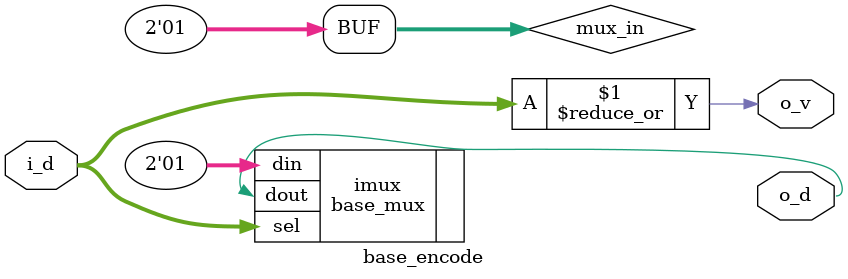
<source format=sv>
/*
 * Copyright 2017 IBM Corporation
 * Licensed to the Apache Software Foundation (ASF) under one
 * or more contributor license agreements.  See the NOTICE file
 * distributed with this work for additional information
 * regarding copyright ownership.  The ASF licenses this file
 * to you under the Apache License, Version 2.0 (the
 * "License"); you may not use this file except in compliance
 * with the License.  You may obtain a copy of the License at
 *
 *     http://www.apache.org/licenses/LICENSE-2.0
 *
 * Unless required by applicable law or agreed to in writing, software
 * distributed under the License is distributed on an "AS IS" BASIS,
 * WITHOUT WARRANTIES OR CONDITIONS OF ANY KIND, either express or implied.
 * See the License for the specific language governing permissions and
 * limitations under the License.
 *
 * Author: Andrew K Martin akmartin@us.ibm.com
 */
 
module base_encode#(parameter enc_width=1, parameter dec_width=2)
   (input [0:dec_width-1] i_d,
    output [0:enc_width-1] o_d,
    output o_v
    );

   wire [0:enc_width*dec_width-1] mux_in;
   genvar 			  i;
   generate
      if ((enc_width > 0) && (dec_width >1))
	begin
	   for(i=0; i< dec_width; i=i+1)
	     begin : gen
		localparam [0:enc_width-1] ii = i;
		assign mux_in[enc_width*i:enc_width*(i+1)-1] = ii;
	     end
	end
   endgenerate
   base_mux#(.width(enc_width),.ways(dec_width)) imux(.sel(i_d),.din(mux_in),.dout(o_d));
   assign o_v = | i_d;
endmodule // base_encode

</source>
